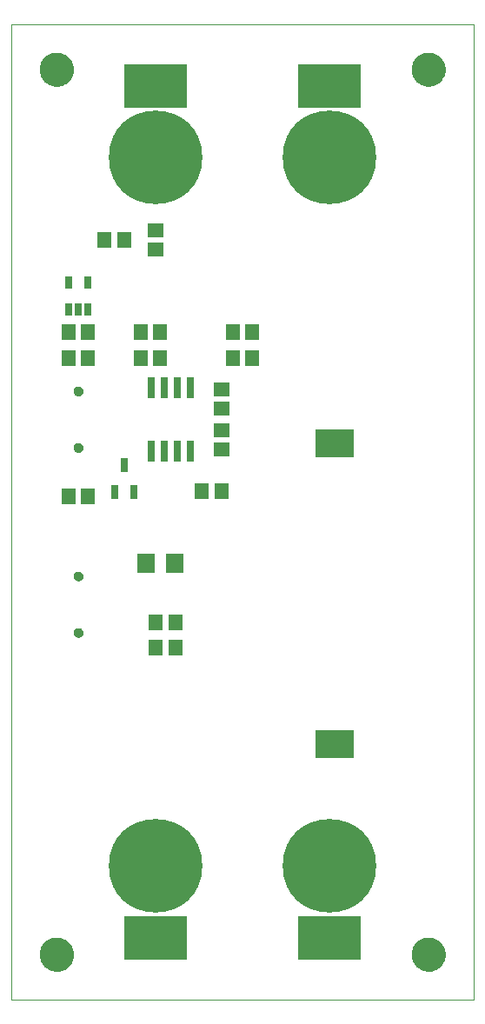
<source format=gbs>
G75*
G70*
%OFA0B0*%
%FSLAX24Y24*%
%IPPOS*%
%LPD*%
%AMOC8*
5,1,8,0,0,1.08239X$1,22.5*
%
%ADD10C,0.0000*%
%ADD11C,0.1300*%
%ADD12R,0.0670X0.0750*%
%ADD13C,0.0375*%
%ADD14R,0.0300X0.0840*%
%ADD15R,0.0276X0.0512*%
%ADD16R,0.0260X0.0540*%
%ADD17R,0.1457X0.1064*%
%ADD18C,0.3583*%
%ADD19R,0.2441X0.1654*%
%ADD20R,0.0552X0.0631*%
%ADD21R,0.0631X0.0552*%
D10*
X000367Y000100D02*
X000367Y037502D01*
X018084Y037502D01*
X018084Y000100D01*
X000367Y000100D01*
X001470Y001832D02*
X001472Y001882D01*
X001478Y001932D01*
X001488Y001981D01*
X001502Y002029D01*
X001519Y002076D01*
X001540Y002121D01*
X001565Y002165D01*
X001593Y002206D01*
X001625Y002245D01*
X001659Y002282D01*
X001696Y002316D01*
X001736Y002346D01*
X001778Y002373D01*
X001822Y002397D01*
X001868Y002418D01*
X001915Y002434D01*
X001963Y002447D01*
X002013Y002456D01*
X002062Y002461D01*
X002113Y002462D01*
X002163Y002459D01*
X002212Y002452D01*
X002261Y002441D01*
X002309Y002426D01*
X002355Y002408D01*
X002400Y002386D01*
X002443Y002360D01*
X002484Y002331D01*
X002523Y002299D01*
X002559Y002264D01*
X002591Y002226D01*
X002621Y002186D01*
X002648Y002143D01*
X002671Y002099D01*
X002690Y002053D01*
X002706Y002005D01*
X002718Y001956D01*
X002726Y001907D01*
X002730Y001857D01*
X002730Y001807D01*
X002726Y001757D01*
X002718Y001708D01*
X002706Y001659D01*
X002690Y001611D01*
X002671Y001565D01*
X002648Y001521D01*
X002621Y001478D01*
X002591Y001438D01*
X002559Y001400D01*
X002523Y001365D01*
X002484Y001333D01*
X002443Y001304D01*
X002400Y001278D01*
X002355Y001256D01*
X002309Y001238D01*
X002261Y001223D01*
X002212Y001212D01*
X002163Y001205D01*
X002113Y001202D01*
X002062Y001203D01*
X002013Y001208D01*
X001963Y001217D01*
X001915Y001230D01*
X001868Y001246D01*
X001822Y001267D01*
X001778Y001291D01*
X001736Y001318D01*
X001696Y001348D01*
X001659Y001382D01*
X001625Y001419D01*
X001593Y001458D01*
X001565Y001499D01*
X001540Y001543D01*
X001519Y001588D01*
X001502Y001635D01*
X001488Y001683D01*
X001478Y001732D01*
X001472Y001782D01*
X001470Y001832D01*
X002759Y014175D02*
X002761Y014200D01*
X002767Y014225D01*
X002776Y014249D01*
X002789Y014271D01*
X002806Y014291D01*
X002825Y014308D01*
X002846Y014322D01*
X002870Y014332D01*
X002894Y014339D01*
X002920Y014342D01*
X002945Y014341D01*
X002970Y014336D01*
X002994Y014327D01*
X003017Y014315D01*
X003037Y014300D01*
X003055Y014281D01*
X003070Y014260D01*
X003081Y014237D01*
X003089Y014213D01*
X003093Y014188D01*
X003093Y014162D01*
X003089Y014137D01*
X003081Y014113D01*
X003070Y014090D01*
X003055Y014069D01*
X003037Y014050D01*
X003017Y014035D01*
X002994Y014023D01*
X002970Y014014D01*
X002945Y014009D01*
X002920Y014008D01*
X002894Y014011D01*
X002870Y014018D01*
X002846Y014028D01*
X002825Y014042D01*
X002806Y014059D01*
X002789Y014079D01*
X002776Y014101D01*
X002767Y014125D01*
X002761Y014150D01*
X002759Y014175D01*
X002759Y016340D02*
X002761Y016365D01*
X002767Y016390D01*
X002776Y016414D01*
X002789Y016436D01*
X002806Y016456D01*
X002825Y016473D01*
X002846Y016487D01*
X002870Y016497D01*
X002894Y016504D01*
X002920Y016507D01*
X002945Y016506D01*
X002970Y016501D01*
X002994Y016492D01*
X003017Y016480D01*
X003037Y016465D01*
X003055Y016446D01*
X003070Y016425D01*
X003081Y016402D01*
X003089Y016378D01*
X003093Y016353D01*
X003093Y016327D01*
X003089Y016302D01*
X003081Y016278D01*
X003070Y016255D01*
X003055Y016234D01*
X003037Y016215D01*
X003017Y016200D01*
X002994Y016188D01*
X002970Y016179D01*
X002945Y016174D01*
X002920Y016173D01*
X002894Y016176D01*
X002870Y016183D01*
X002846Y016193D01*
X002825Y016207D01*
X002806Y016224D01*
X002789Y016244D01*
X002776Y016266D01*
X002767Y016290D01*
X002761Y016315D01*
X002759Y016340D01*
X002759Y021261D02*
X002761Y021286D01*
X002767Y021311D01*
X002776Y021335D01*
X002789Y021357D01*
X002806Y021377D01*
X002825Y021394D01*
X002846Y021408D01*
X002870Y021418D01*
X002894Y021425D01*
X002920Y021428D01*
X002945Y021427D01*
X002970Y021422D01*
X002994Y021413D01*
X003017Y021401D01*
X003037Y021386D01*
X003055Y021367D01*
X003070Y021346D01*
X003081Y021323D01*
X003089Y021299D01*
X003093Y021274D01*
X003093Y021248D01*
X003089Y021223D01*
X003081Y021199D01*
X003070Y021176D01*
X003055Y021155D01*
X003037Y021136D01*
X003017Y021121D01*
X002994Y021109D01*
X002970Y021100D01*
X002945Y021095D01*
X002920Y021094D01*
X002894Y021097D01*
X002870Y021104D01*
X002846Y021114D01*
X002825Y021128D01*
X002806Y021145D01*
X002789Y021165D01*
X002776Y021187D01*
X002767Y021211D01*
X002761Y021236D01*
X002759Y021261D01*
X002759Y023427D02*
X002761Y023452D01*
X002767Y023477D01*
X002776Y023501D01*
X002789Y023523D01*
X002806Y023543D01*
X002825Y023560D01*
X002846Y023574D01*
X002870Y023584D01*
X002894Y023591D01*
X002920Y023594D01*
X002945Y023593D01*
X002970Y023588D01*
X002994Y023579D01*
X003017Y023567D01*
X003037Y023552D01*
X003055Y023533D01*
X003070Y023512D01*
X003081Y023489D01*
X003089Y023465D01*
X003093Y023440D01*
X003093Y023414D01*
X003089Y023389D01*
X003081Y023365D01*
X003070Y023342D01*
X003055Y023321D01*
X003037Y023302D01*
X003017Y023287D01*
X002994Y023275D01*
X002970Y023266D01*
X002945Y023261D01*
X002920Y023260D01*
X002894Y023263D01*
X002870Y023270D01*
X002846Y023280D01*
X002825Y023294D01*
X002806Y023311D01*
X002789Y023331D01*
X002776Y023353D01*
X002767Y023377D01*
X002761Y023402D01*
X002759Y023427D01*
X001470Y035769D02*
X001472Y035819D01*
X001478Y035869D01*
X001488Y035918D01*
X001502Y035966D01*
X001519Y036013D01*
X001540Y036058D01*
X001565Y036102D01*
X001593Y036143D01*
X001625Y036182D01*
X001659Y036219D01*
X001696Y036253D01*
X001736Y036283D01*
X001778Y036310D01*
X001822Y036334D01*
X001868Y036355D01*
X001915Y036371D01*
X001963Y036384D01*
X002013Y036393D01*
X002062Y036398D01*
X002113Y036399D01*
X002163Y036396D01*
X002212Y036389D01*
X002261Y036378D01*
X002309Y036363D01*
X002355Y036345D01*
X002400Y036323D01*
X002443Y036297D01*
X002484Y036268D01*
X002523Y036236D01*
X002559Y036201D01*
X002591Y036163D01*
X002621Y036123D01*
X002648Y036080D01*
X002671Y036036D01*
X002690Y035990D01*
X002706Y035942D01*
X002718Y035893D01*
X002726Y035844D01*
X002730Y035794D01*
X002730Y035744D01*
X002726Y035694D01*
X002718Y035645D01*
X002706Y035596D01*
X002690Y035548D01*
X002671Y035502D01*
X002648Y035458D01*
X002621Y035415D01*
X002591Y035375D01*
X002559Y035337D01*
X002523Y035302D01*
X002484Y035270D01*
X002443Y035241D01*
X002400Y035215D01*
X002355Y035193D01*
X002309Y035175D01*
X002261Y035160D01*
X002212Y035149D01*
X002163Y035142D01*
X002113Y035139D01*
X002062Y035140D01*
X002013Y035145D01*
X001963Y035154D01*
X001915Y035167D01*
X001868Y035183D01*
X001822Y035204D01*
X001778Y035228D01*
X001736Y035255D01*
X001696Y035285D01*
X001659Y035319D01*
X001625Y035356D01*
X001593Y035395D01*
X001565Y035436D01*
X001540Y035480D01*
X001519Y035525D01*
X001502Y035572D01*
X001488Y035620D01*
X001478Y035669D01*
X001472Y035719D01*
X001470Y035769D01*
X015722Y035769D02*
X015724Y035819D01*
X015730Y035869D01*
X015740Y035918D01*
X015754Y035966D01*
X015771Y036013D01*
X015792Y036058D01*
X015817Y036102D01*
X015845Y036143D01*
X015877Y036182D01*
X015911Y036219D01*
X015948Y036253D01*
X015988Y036283D01*
X016030Y036310D01*
X016074Y036334D01*
X016120Y036355D01*
X016167Y036371D01*
X016215Y036384D01*
X016265Y036393D01*
X016314Y036398D01*
X016365Y036399D01*
X016415Y036396D01*
X016464Y036389D01*
X016513Y036378D01*
X016561Y036363D01*
X016607Y036345D01*
X016652Y036323D01*
X016695Y036297D01*
X016736Y036268D01*
X016775Y036236D01*
X016811Y036201D01*
X016843Y036163D01*
X016873Y036123D01*
X016900Y036080D01*
X016923Y036036D01*
X016942Y035990D01*
X016958Y035942D01*
X016970Y035893D01*
X016978Y035844D01*
X016982Y035794D01*
X016982Y035744D01*
X016978Y035694D01*
X016970Y035645D01*
X016958Y035596D01*
X016942Y035548D01*
X016923Y035502D01*
X016900Y035458D01*
X016873Y035415D01*
X016843Y035375D01*
X016811Y035337D01*
X016775Y035302D01*
X016736Y035270D01*
X016695Y035241D01*
X016652Y035215D01*
X016607Y035193D01*
X016561Y035175D01*
X016513Y035160D01*
X016464Y035149D01*
X016415Y035142D01*
X016365Y035139D01*
X016314Y035140D01*
X016265Y035145D01*
X016215Y035154D01*
X016167Y035167D01*
X016120Y035183D01*
X016074Y035204D01*
X016030Y035228D01*
X015988Y035255D01*
X015948Y035285D01*
X015911Y035319D01*
X015877Y035356D01*
X015845Y035395D01*
X015817Y035436D01*
X015792Y035480D01*
X015771Y035525D01*
X015754Y035572D01*
X015740Y035620D01*
X015730Y035669D01*
X015724Y035719D01*
X015722Y035769D01*
X015722Y001832D02*
X015724Y001882D01*
X015730Y001932D01*
X015740Y001981D01*
X015754Y002029D01*
X015771Y002076D01*
X015792Y002121D01*
X015817Y002165D01*
X015845Y002206D01*
X015877Y002245D01*
X015911Y002282D01*
X015948Y002316D01*
X015988Y002346D01*
X016030Y002373D01*
X016074Y002397D01*
X016120Y002418D01*
X016167Y002434D01*
X016215Y002447D01*
X016265Y002456D01*
X016314Y002461D01*
X016365Y002462D01*
X016415Y002459D01*
X016464Y002452D01*
X016513Y002441D01*
X016561Y002426D01*
X016607Y002408D01*
X016652Y002386D01*
X016695Y002360D01*
X016736Y002331D01*
X016775Y002299D01*
X016811Y002264D01*
X016843Y002226D01*
X016873Y002186D01*
X016900Y002143D01*
X016923Y002099D01*
X016942Y002053D01*
X016958Y002005D01*
X016970Y001956D01*
X016978Y001907D01*
X016982Y001857D01*
X016982Y001807D01*
X016978Y001757D01*
X016970Y001708D01*
X016958Y001659D01*
X016942Y001611D01*
X016923Y001565D01*
X016900Y001521D01*
X016873Y001478D01*
X016843Y001438D01*
X016811Y001400D01*
X016775Y001365D01*
X016736Y001333D01*
X016695Y001304D01*
X016652Y001278D01*
X016607Y001256D01*
X016561Y001238D01*
X016513Y001223D01*
X016464Y001212D01*
X016415Y001205D01*
X016365Y001202D01*
X016314Y001203D01*
X016265Y001208D01*
X016215Y001217D01*
X016167Y001230D01*
X016120Y001246D01*
X016074Y001267D01*
X016030Y001291D01*
X015988Y001318D01*
X015948Y001348D01*
X015911Y001382D01*
X015877Y001419D01*
X015845Y001458D01*
X015817Y001499D01*
X015792Y001543D01*
X015771Y001588D01*
X015754Y001635D01*
X015740Y001683D01*
X015730Y001732D01*
X015724Y001782D01*
X015722Y001832D01*
D11*
X016352Y001832D03*
X002100Y001832D03*
X002100Y035769D03*
X016352Y035769D03*
D12*
X006636Y016832D03*
X005516Y016832D03*
D13*
X002926Y016340D03*
X002926Y014175D03*
X002926Y021261D03*
X002926Y023427D03*
D14*
X005720Y023554D03*
X006220Y023554D03*
X006720Y023554D03*
X007220Y023554D03*
X007220Y021134D03*
X006720Y021134D03*
X006220Y021134D03*
X005720Y021134D03*
D15*
X003300Y026554D03*
X002926Y026554D03*
X002552Y026554D03*
X002552Y027583D03*
X003300Y027583D03*
D16*
X004698Y020590D03*
X004328Y019570D03*
X005068Y019570D03*
D17*
X012769Y021419D03*
X012769Y009883D03*
D18*
X012572Y005218D03*
X005879Y005218D03*
X005879Y032383D03*
X012572Y032383D03*
D19*
X012572Y035139D03*
X005879Y035139D03*
X005879Y002462D03*
X012572Y002462D03*
D20*
X006647Y013584D03*
X006647Y014569D03*
X005899Y014569D03*
X005899Y013584D03*
X003300Y019391D03*
X002552Y019391D03*
X002552Y024706D03*
X002552Y025691D03*
X003300Y025691D03*
X003300Y024706D03*
X005308Y024706D03*
X005308Y025691D03*
X006056Y025691D03*
X006056Y024706D03*
X004678Y029234D03*
X003930Y029234D03*
X007670Y019588D03*
X008418Y019588D03*
X008852Y024706D03*
X008852Y025691D03*
X009600Y025691D03*
X009600Y024706D03*
D21*
X008438Y023506D03*
X008438Y022757D03*
X008438Y021931D03*
X008438Y021183D03*
X005879Y028860D03*
X005879Y029608D03*
M02*

</source>
